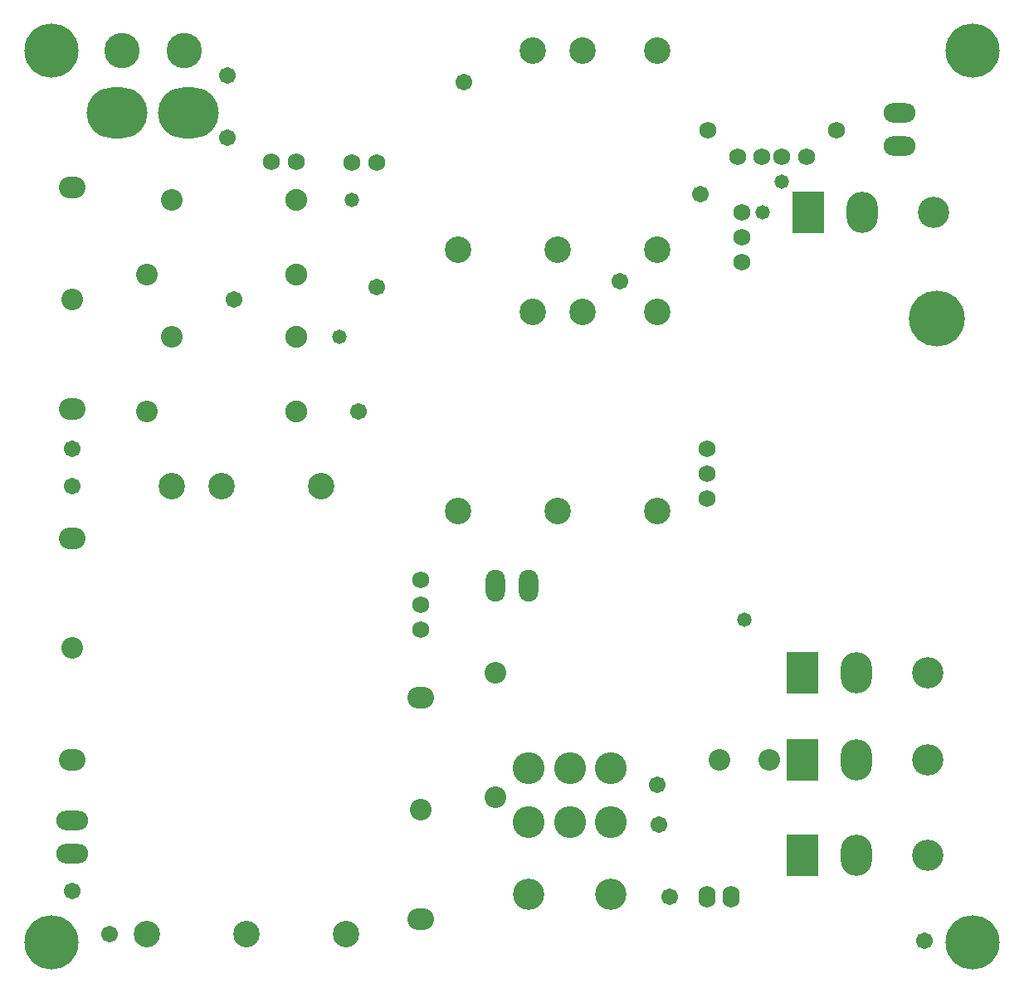
<source format=gbs>
G04 Layer_Color=16711935*
%FSLAX25Y25*%
%MOIN*%
G70*
G01*
G75*
%ADD39C,0.22453*%
%ADD40C,0.21745*%
%ADD41O,0.24422X0.20485*%
%ADD42C,0.14186*%
%ADD43O,0.10642X0.08674*%
%ADD44C,0.08674*%
%ADD45C,0.06800*%
%ADD46O,0.07800X0.12800*%
%ADD47O,0.12800X0.07800*%
%ADD48C,0.10642*%
%ADD49C,0.12611*%
%ADD50C,0.12800*%
%ADD51O,0.12611X0.16548*%
%ADD52R,0.12611X0.16548*%
%ADD53O,0.06800X0.08800*%
%ADD54C,0.08800*%
%ADD55C,0.06706*%
%ADD56C,0.05800*%
D39*
X367500Y262500D02*
D03*
D40*
X381890Y370079D02*
D03*
X11811Y11811D02*
D03*
Y370079D02*
D03*
X381890Y11811D02*
D03*
D41*
X66969Y345000D02*
D03*
X38032D02*
D03*
D42*
X40000Y370000D02*
D03*
X65000D02*
D03*
D43*
X20000Y226024D02*
D03*
Y315000D02*
D03*
Y85000D02*
D03*
Y173976D02*
D03*
X160000Y21024D02*
D03*
Y110000D02*
D03*
D44*
X20000Y270000D02*
D03*
Y130000D02*
D03*
X160000Y65000D02*
D03*
X60000Y255000D02*
D03*
X50000Y225000D02*
D03*
Y280000D02*
D03*
X60000Y310000D02*
D03*
X190000Y70000D02*
D03*
Y120000D02*
D03*
X300000Y85000D02*
D03*
X280000D02*
D03*
D45*
X275000Y190000D02*
D03*
Y200000D02*
D03*
Y210000D02*
D03*
X289000Y305000D02*
D03*
Y295000D02*
D03*
Y285000D02*
D03*
X315000Y327500D02*
D03*
X305157D02*
D03*
X297284D02*
D03*
X287441D02*
D03*
X327087Y338169D02*
D03*
X275354Y338169D02*
D03*
X100000Y325315D02*
D03*
X110000D02*
D03*
X132500Y325000D02*
D03*
X142500D02*
D03*
X160000Y137500D02*
D03*
Y147500D02*
D03*
Y157500D02*
D03*
D46*
X190000Y155000D02*
D03*
X203386D02*
D03*
D47*
X352500Y345000D02*
D03*
Y331614D02*
D03*
X20000Y47500D02*
D03*
Y60886D02*
D03*
D48*
X255000Y370000D02*
D03*
Y290000D02*
D03*
X215000D02*
D03*
X175000D02*
D03*
X225000Y370000D02*
D03*
X205000D02*
D03*
X130000Y15000D02*
D03*
X90000D02*
D03*
X50000D02*
D03*
X120000Y195000D02*
D03*
X80000D02*
D03*
X60000D02*
D03*
X205000Y265000D02*
D03*
X225000D02*
D03*
X175000Y185000D02*
D03*
X215000D02*
D03*
X255000D02*
D03*
Y265000D02*
D03*
D49*
X236535Y31260D02*
D03*
X203465D02*
D03*
X366240Y305000D02*
D03*
X363740Y85000D02*
D03*
Y46811D02*
D03*
Y120000D02*
D03*
D50*
X203465Y81653D02*
D03*
X236535D02*
D03*
Y60000D02*
D03*
X220000D02*
D03*
X203465D02*
D03*
X220000Y81653D02*
D03*
D51*
X337500Y305000D02*
D03*
X335000Y85000D02*
D03*
Y46811D02*
D03*
Y120000D02*
D03*
D52*
X315846Y305000D02*
D03*
X313347Y85000D02*
D03*
Y46811D02*
D03*
Y120000D02*
D03*
D53*
X275000Y30000D02*
D03*
X284842D02*
D03*
D54*
X110000Y225000D02*
D03*
Y255000D02*
D03*
Y310000D02*
D03*
Y280000D02*
D03*
D55*
X272500Y312500D02*
D03*
X255000Y75000D02*
D03*
X255906Y59055D02*
D03*
X260000Y30000D02*
D03*
X362500Y12500D02*
D03*
X135000Y225000D02*
D03*
X85000Y270000D02*
D03*
X82500Y335000D02*
D03*
Y360000D02*
D03*
X20000Y195000D02*
D03*
X35000Y15000D02*
D03*
X20000Y32500D02*
D03*
X142500Y275000D02*
D03*
X177500Y357500D02*
D03*
X240000Y277500D02*
D03*
X20000Y210000D02*
D03*
D56*
X127500Y255000D02*
D03*
X132500Y310000D02*
D03*
X290000Y141500D02*
D03*
X297500Y305000D02*
D03*
X305000Y317500D02*
D03*
M02*

</source>
